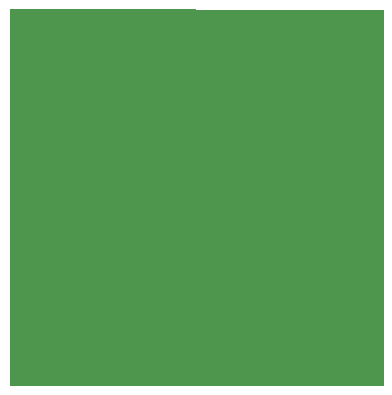
<source format=gbs>
G04 #@! TF.FileFunction,Soldermask,Bot*
%FSLAX46Y46*%
G04 Gerber Fmt 4.6, Leading zero omitted, Abs format (unit mm)*
G04 Created by KiCad (PCBNEW (2015-11-29 BZR 6336, Git 7b0d981)-product) date Po 7. prosinec 2015, 17:54:50 CET*
%MOMM*%
G01*
G04 APERTURE LIST*
%ADD10C,0.100000*%
%ADD11C,2.020000*%
%ADD12C,2.000000*%
%ADD13C,0.050000*%
G04 APERTURE END LIST*
D10*
D11*
X119735600Y-105460800D03*
D12*
X106476800Y-90881200D03*
D13*
G36*
X128803800Y-81812960D02*
X128803800Y-113614600D01*
X97205400Y-113614600D01*
X97205400Y-81762240D01*
X128803800Y-81812960D01*
X128803800Y-81812960D01*
G37*
X128803800Y-81812960D02*
X128803800Y-113614600D01*
X97205400Y-113614600D01*
X97205400Y-81762240D01*
X128803800Y-81812960D01*
M02*

</source>
